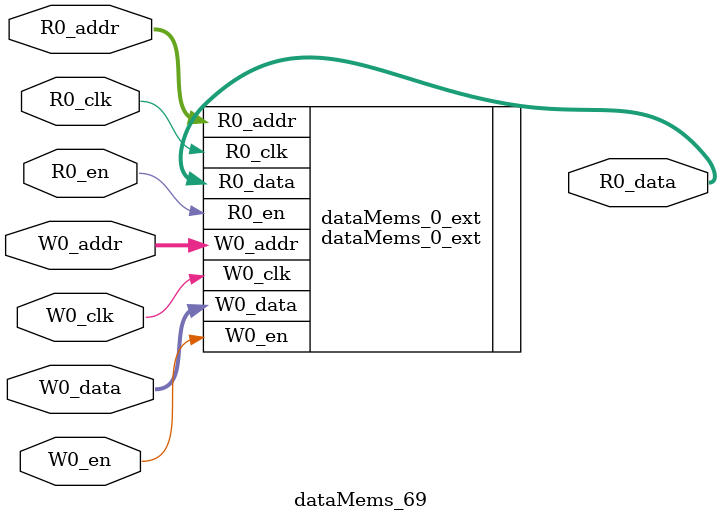
<source format=sv>
`ifndef RANDOMIZE
  `ifdef RANDOMIZE_REG_INIT
    `define RANDOMIZE
  `endif // RANDOMIZE_REG_INIT
`endif // not def RANDOMIZE
`ifndef RANDOMIZE
  `ifdef RANDOMIZE_MEM_INIT
    `define RANDOMIZE
  `endif // RANDOMIZE_MEM_INIT
`endif // not def RANDOMIZE

`ifndef RANDOM
  `define RANDOM $random
`endif // not def RANDOM

// Users can define 'PRINTF_COND' to add an extra gate to prints.
`ifndef PRINTF_COND_
  `ifdef PRINTF_COND
    `define PRINTF_COND_ (`PRINTF_COND)
  `else  // PRINTF_COND
    `define PRINTF_COND_ 1
  `endif // PRINTF_COND
`endif // not def PRINTF_COND_

// Users can define 'ASSERT_VERBOSE_COND' to add an extra gate to assert error printing.
`ifndef ASSERT_VERBOSE_COND_
  `ifdef ASSERT_VERBOSE_COND
    `define ASSERT_VERBOSE_COND_ (`ASSERT_VERBOSE_COND)
  `else  // ASSERT_VERBOSE_COND
    `define ASSERT_VERBOSE_COND_ 1
  `endif // ASSERT_VERBOSE_COND
`endif // not def ASSERT_VERBOSE_COND_

// Users can define 'STOP_COND' to add an extra gate to stop conditions.
`ifndef STOP_COND_
  `ifdef STOP_COND
    `define STOP_COND_ (`STOP_COND)
  `else  // STOP_COND
    `define STOP_COND_ 1
  `endif // STOP_COND
`endif // not def STOP_COND_

// Users can define INIT_RANDOM as general code that gets injected into the
// initializer block for modules with registers.
`ifndef INIT_RANDOM
  `define INIT_RANDOM
`endif // not def INIT_RANDOM

// If using random initialization, you can also define RANDOMIZE_DELAY to
// customize the delay used, otherwise 0.002 is used.
`ifndef RANDOMIZE_DELAY
  `define RANDOMIZE_DELAY 0.002
`endif // not def RANDOMIZE_DELAY

// Define INIT_RANDOM_PROLOG_ for use in our modules below.
`ifndef INIT_RANDOM_PROLOG_
  `ifdef RANDOMIZE
    `ifdef VERILATOR
      `define INIT_RANDOM_PROLOG_ `INIT_RANDOM
    `else  // VERILATOR
      `define INIT_RANDOM_PROLOG_ `INIT_RANDOM #`RANDOMIZE_DELAY begin end
    `endif // VERILATOR
  `else  // RANDOMIZE
    `define INIT_RANDOM_PROLOG_
  `endif // RANDOMIZE
`endif // not def INIT_RANDOM_PROLOG_

// Include register initializers in init blocks unless synthesis is set
`ifndef SYNTHESIS
  `ifndef ENABLE_INITIAL_REG_
    `define ENABLE_INITIAL_REG_
  `endif // not def ENABLE_INITIAL_REG_
`endif // not def SYNTHESIS

// Include rmemory initializers in init blocks unless synthesis is set
`ifndef SYNTHESIS
  `ifndef ENABLE_INITIAL_MEM_
    `define ENABLE_INITIAL_MEM_
  `endif // not def ENABLE_INITIAL_MEM_
`endif // not def SYNTHESIS

module dataMems_69(	// @[generators/ara/src/main/scala/UnsafeAXI4ToTL.scala:365:62]
  input  [4:0]   R0_addr,
  input          R0_en,
  input          R0_clk,
  output [130:0] R0_data,
  input  [4:0]   W0_addr,
  input          W0_en,
  input          W0_clk,
  input  [130:0] W0_data
);

  dataMems_0_ext dataMems_0_ext (	// @[generators/ara/src/main/scala/UnsafeAXI4ToTL.scala:365:62]
    .R0_addr (R0_addr),
    .R0_en   (R0_en),
    .R0_clk  (R0_clk),
    .R0_data (R0_data),
    .W0_addr (W0_addr),
    .W0_en   (W0_en),
    .W0_clk  (W0_clk),
    .W0_data (W0_data)
  );
endmodule


</source>
